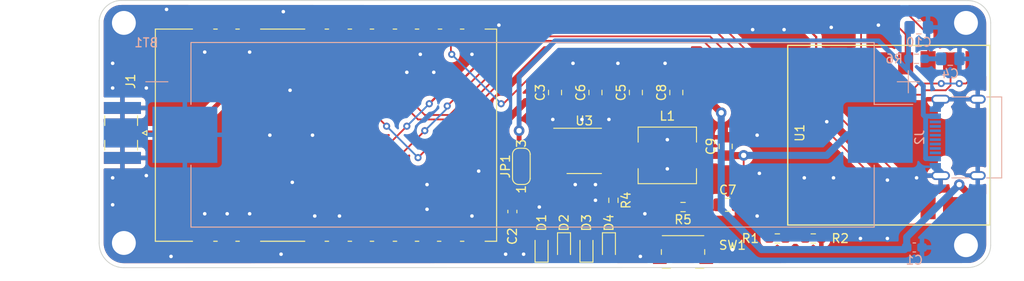
<source format=kicad_pcb>
(kicad_pcb (version 20211014) (generator pcbnew)
  (layers (0 "F.Cu" signal) (31 "B.Cu" signal) (34 "B.Paste" user) (35 "F.Paste" user) (36 "B.SilkS" user "B.Silkscreen") (37 "F.SilkS" user "F.Silkscreen") (38 "B.Mask" user) (39 "F.Mask" user) (44 "Edge.Cuts" user))
  (net 0 "")
  (net 1 "B+")
  (net 2 "GND")
  (net 3 "+5V")
  (net 4 "ANT")
  (net 5 "RXEN")
  (net 6 "DIO1")
  (net 7 "SCK")
  (net 9 "MISO")
  (net 10 "MOSI")
  (net 11 "NSS")
  (net 12 "NRST")
  (net 13 "BUSY")
  (net 14 "BS")
  (net 16 "TXEN")
  (net 17 "Net-(C7-Pad1)")
  (net 18 "Net-(D1-Pad2)")
  (net 19 "Net-(L1-Pad1)")
  (net 20 "LED3")
  (net 21 "Net-(R4-Pad1)")
  (net 22 "Net-(R4-Pad2)")
  (net 23 "Net-(C4-Pad1)")
  (net 24 "+5V_VIN")
  (net 33 "Net-(D3-Pad2)")
  (net 34 "Net-(JP1-Pad2)")
  (footprint "Capacitor_SMD:C_0805_2012Metric_Pad1.18x1.45mm_HandSolder" (layer "F.Cu") (at 124.968 65.278 90)
    (fp_text reference "C5" (at 0 -1.68 90) (layer "F.SilkS"))
    (fp_text value "22u")
    (pad "1" smd roundrect (at -1.0375 0 90) (size 1.175 1.45) (layers "F.Cu" "F.Paste" "F.Mask") (roundrect_rratio 0.2127659574) (net 3 "+5V"))
    (pad "2" smd roundrect (at 1.0375 0 90) (size 1.175 1.45) (layers "F.Cu" "F.Paste" "F.Mask") (roundrect_rratio 0.2127659574) (net 2 "GND"))
  )
  (footprint "LED_SMD:LED_0603_1608Metric_Pad1.05x0.95mm_HandSolder" (layer "F.Cu") (at 116.84 82.804 -90)
    (fp_text reference "D2" (at -2.794 0 90) (layer "F.SilkS"))
    (fp_text value "LED")
    (pad "1" smd roundrect (at -0.875 0 270) (size 1.05 0.95) (layers "F.Cu" "F.Paste" "F.Mask") (net 18 "Net-(D1-Pad2)"))
    (pad "2" smd roundrect (at 0.875 0 270) (size 1.05 0.95) (layers "F.Cu" "F.Paste" "F.Mask") (net 20 "LED3"))
  )
  (footprint "Capacitor_SMD:C_0603_1608Metric_Pad1.08x0.95mm_HandSolder" (layer "F.Cu") (at 110.998 78.74 -90)
    (fp_text reference "C2" (at 2.794 0 90) (layer "F.SilkS"))
    (fp_text value "100p")
    (pad "1" smd roundrect (at -0.8625 0 270) (size 1.075 0.95) (layers "F.Cu" "F.Paste" "F.Mask") (net 3 "+5V"))
    (pad "2" smd roundrect (at 0.8625 0 270) (size 1.075 0.95) (layers "F.Cu" "F.Paste" "F.Mask") (net 2 "GND"))
  )
  (footprint "Resistor_SMD:R_0603_1608Metric_Pad0.98x0.95mm_HandSolder" (layer "F.Cu") (at 122.428 77.47 -90)
    (fp_text reference "R4" (at 0 -1.43 90) (layer "F.SilkS"))
    (fp_text value "10k")
    (pad "1" smd roundrect (at -0.9125 0 270) (size 0.975 0.95) (layers "F.Cu" "F.Paste" "F.Mask") (net 21 "Net-(R4-Pad1)"))
    (pad "2" smd roundrect (at 0.9125 0 270) (size 0.975 0.95) (layers "F.Cu" "F.Paste" "F.Mask") (net 22 "Net-(R4-Pad2)"))
  )
  (footprint "Capacitor_SMD:C_0805_2012Metric_Pad1.18x1.45mm_HandSolder" (layer "F.Cu") (at 135.3605 77.978)
    (fp_text reference "C7" (at 0 -1.68) (layer "F.SilkS"))
    (fp_text value "22u")
    (pad "1" smd roundrect (at -1.0375 0) (size 1.175 1.45) (layers "F.Cu" "F.Paste" "F.Mask") (roundrect_rratio 0.2127659574) (net 17 "Net-(C7-Pad1)"))
    (pad "2" smd roundrect (at 1.0375 0) (size 1.175 1.45) (layers "F.Cu" "F.Paste" "F.Mask") (roundrect_rratio 0.2127659574) (net 2 "GND"))
  )
  (footprint "Resistor_SMD:R_0603_1608Metric_Pad0.98x0.95mm_HandSolder" (layer "F.Cu") (at 140.97 81.788)
    (fp_text reference "R1" (at -3.048 0) (layer "F.SilkS"))
    (fp_text value "R")
    (pad "1" smd roundrect (at -0.9125 0) (size 0.975 0.95) (layers "F.Cu" "F.Paste" "F.Mask") (net 1 "B+"))
    (pad "2" smd roundrect (at 0.9125 0) (size 0.975 0.95) (layers "F.Cu" "F.Paste" "F.Mask") (net 14 "BS"))
  )
  (footprint "Connector_Coaxial:SMA_Samtec_SMA-J-P-X-ST-EM1_EdgeMount" (layer "F.Cu") (at 66.8925 69.85 -90)
    (fp_text reference "J1" (at -5.842 -0.9255 90) (layer "F.SilkS"))
    (fp_text value "Conn_Coaxial")
    (pad "1" smd rect (at 0 0.2 270) (size 1.27 3.6) (layers "F.Cu" "F.Paste" "F.Mask") (net 4 "ANT"))
    (pad "2" smd rect (at -2.825 0 270) (size 1.35 4.2) (layers "B.Cu" "B.Paste" "B.Mask") (net 2 "GND"))
    (pad "2" smd rect (at -2.825 0 270) (size 1.35 4.2) (layers "F.Cu" "F.Paste" "F.Mask") (net 2 "GND"))
    (pad "2" smd rect (at 2.825 0 270) (size 1.35 4.2) (layers "F.Cu" "F.Paste" "F.Mask") (net 2 "GND"))
    (pad "2" smd rect (at 2.825 0 270) (size 1.35 4.2) (layers "B.Cu" "B.Paste" "B.Mask") (net 2 "GND"))
  )
  (footprint "Resistor_SMD:R_0603_1608Metric_Pad0.98x0.95mm_HandSolder" (layer "F.Cu") (at 130.302 78.232 180)
    (fp_text reference "R5" (at 0 -1.43) (layer "F.SilkS"))
    (fp_text value "0.5")
    (pad "1" smd roundrect (at -0.9125 0 180) (size 0.975 0.95) (layers "F.Cu" "F.Paste" "F.Mask") (net 1 "B+"))
    (pad "2" smd roundrect (at 0.9125 0 180) (size 0.975 0.95) (layers "F.Cu" "F.Paste" "F.Mask") (net 17 "Net-(C7-Pad1)"))
  )
  (footprint "LED_SMD:LED_0603_1608Metric_Pad1.05x0.95mm_HandSolder" (layer "F.Cu") (at 114.3 82.804 90)
    (fp_text reference "D1" (at 2.794 0 90) (layer "F.SilkS"))
    (fp_text value "LED")
    (pad "1" smd roundrect (at -0.875 0 90) (size 1.05 0.95) (layers "F.Cu" "F.Paste" "F.Mask") (net 20 "LED3"))
    (pad "2" smd roundrect (at 0.875 0 90) (size 1.05 0.95) (layers "F.Cu" "F.Paste" "F.Mask") (net 18 "Net-(D1-Pad2)"))
  )
  (footprint "Capacitor_SMD:C_0805_2012Metric_Pad1.18x1.45mm_HandSolder" (layer "F.Cu") (at 115.824 65.278 90)
    (fp_text reference "C3" (at 0 -1.68 90) (layer "F.SilkS"))
    (fp_text value "22u")
    (pad "1" smd roundrect (at -1.0375 0 90) (size 1.175 1.45) (layers "F.Cu" "F.Paste" "F.Mask") (roundrect_rratio 0.2127659574) (net 3 "+5V"))
    (pad "2" smd roundrect (at 1.0375 0 90) (size 1.175 1.45) (layers "F.Cu" "F.Paste" "F.Mask") (roundrect_rratio 0.2127659574) (net 2 "GND"))
  )
  (footprint "Capacitor_SMD:C_0805_2012Metric_Pad1.18x1.45mm_HandSolder" (layer "F.Cu") (at 135.128 71.374 90)
    (fp_text reference "C9" (at 0 -1.68 90) (layer "F.SilkS"))
    (fp_text value "22u")
    (pad "1" smd roundrect (at -1.0375 0 90) (size 1.175 1.45) (layers "F.Cu" "F.Paste" "F.Mask") (roundrect_rratio 0.2127659574) (net 1 "B+"))
    (pad "2" smd roundrect (at 1.0375 0 90) (size 1.175 1.45) (layers "F.Cu" "F.Paste" "F.Mask") (roundrect_rratio 0.2127659574) (net 2 "GND"))
  )
  (footprint "esp32_loraprs_c3:esp32 c3 SuperMini" (layer "F.Cu") (at 137.6995 70.104 90)
    (fp_text reference "U1" (at 0.254 5.8105 90 unlocked) (layer "F.SilkS"))
    (fp_text value "ESP32_C3_SuperMini")
    (pad "1" smd rect (at -8.255 7.66 180) (size 1.7 2.5) (layers "F.Cu" "F.Paste" "F.Mask") (net 14 "BS"))
    (pad "2" smd rect (at -8.255 10.2 180) (size 1.7 2.5) (layers "F.Cu" "F.Paste" "F.Mask"))
    (pad "3" smd rect (at -8.255 12.74 180) (size 1.7 2.5) (layers "F.Cu" "F.Paste" "F.Mask"))
    (pad "4" smd rect (at -8.255 15.24 180) (size 1.7 2.5) (layers "F.Cu" "F.Paste" "F.Mask") (net 6 "DIO1"))
    (pad "5" smd rect (at -8.255 17.78 180) (size 1.7 2.5) (layers "F.Cu" "F.Paste" "F.Mask") (net 7 "SCK"))
    (pad "6" smd rect (at -8.255 20.32 180) (size 1.7 2.5) (layers "F.Cu" "F.Paste" "F.Mask"))
    (pad "7" smd rect (at -8.255 22.86 180) (size 1.7 2.5) (layers "F.Cu" "F.Paste" "F.Mask") (net 2 "GND"))
    (pad "8" smd rect (at -8.255 25.4 180) (size 1.7 2.5) (layers "F.Cu" "F.Paste" "F.Mask") (net 3 "+5V"))
    (pad "9" smd rect (at 8.255 25.4 180) (size 1.7 2.5) (layers "F.Cu" "F.Paste" "F.Mask") (net 9 "MISO"))
    (pad "10" smd rect (at 8.125 22.86 180) (size 1.7 2.5) (layers "F.Cu" "F.Paste" "F.Mask") (net 10 "MOSI"))
    (pad "11" smd rect (at 8.255 20.32 180) (size 1.7 2.5) (layers "F.Cu" "F.Paste" "F.Mask") (net 11 "NSS"))
    (pad "12" smd rect (at 8.125 17.78 180) (size 1.7 2.5) (layers "F.Cu" "F.Paste" "F.Mask") (net 12 "NRST"))
    (pad "13" smd rect (at 8.125 15.24 180) (size 1.7 2.5) (layers "F.Cu" "F.Paste" "F.Mask"))
    (pad "14" smd rect (at 8.125 12.74 180) (size 1.7 2.5) (layers "F.Cu" "F.Paste" "F.Mask") (net 13 "BUSY"))
    (pad "15" smd rect (at 8.125 10.2 180) (size 1.7 2.5) (layers "F.Cu" "F.Paste" "F.Mask") (net 16 "TXEN"))
    (pad "16" smd rect (at 8.125 7.66 180) (size 1.7 2.5) (layers "F.Cu" "F.Paste" "F.Mask") (net 5 "RXEN"))
  )
  (footprint "esp32_loraprs_c3:E22-400M30S" (layer "F.Cu") (at 89.916 70.104 90)
    (fp_text reference "U2")
    (fp_text value "E22-400M30S" hide)
    (pad "1" smd rect locked (at -12 -13.79 180) (size 1.7 2.5) (layers "F.Cu" "F.Paste" "F.Mask") (net 2 "GND"))
    (pad "2" smd rect locked (at -12 -11.25 180) (size 1.7 2.5) (layers "F.Cu" "F.Paste" "F.Mask") (net 2 "GND"))
    (pad "3" smd rect locked (at -12 -8.71 180) (size 1.7 2.5) (layers "F.Cu" "F.Paste" "F.Mask") (net 2 "GND"))
    (pad "4" smd rect locked (at -12 -1.11 180) (size 1.7 2.5) (layers "F.Cu" "F.Paste" "F.Mask") (net 2 "GND"))
    (pad "5" smd rect locked (at -12 1.43 180) (size 1.7 2.5) (layers "F.Cu" "F.Paste" "F.Mask") (net 2 "GND"))
    (pad "6" smd rect locked (at -12 3.97 180) (size 1.7 2.5) (layers "F.Cu" "F.Paste" "F.Mask") (net 5 "RXEN"))
    (pad "7" smd rect locked (at -12 6.51 180) (size 1.7 2.5) (layers "F.Cu" "F.Paste" "F.Mask") (net 16 "TXEN"))
    (pad "8" smd rect locked (at -12 9.05 180) (size 1.7 2.5) (layers "F.Cu" "F.Paste" "F.Mask"))
    (pad "9" smd rect locked (at -12 11.59 180) (size 1.7 2.5) (layers "F.Cu" "F.Paste" "F.Mask") (net 3 "+5V"))
    (pad "10" smd rect locked (at -12 14.13 180) (size 1.7 2.5) (layers "F.Cu" "F.Paste" "F.Mask") (net 3 "+5V"))
    (pad "11" smd rect locked (at -12 16.67 180) (size 1.7 2.5) (layers "F.Cu" "F.Paste" "F.Mask") (net 2 "GND"))
    (pad "12" smd rect locked (at 12 16.67 180) (size 1.7 2.5) (layers "F.Cu" "F.Paste" "F.Mask") (net 2 "GND"))
    (pad "13" smd rect locked (at 12 14.13 180) (size 1.7 2.5) (layers "F.Cu" "F.Paste" "F.Mask") (net 6 "DIO1"))
    (pad "14" smd rect locked (at 12 11.59 180) (size 1.7 2.5) (layers "F.Cu" "F.Paste" "F.Mask") (net 13 "BUSY"))
    (pad "15" smd rect locked (at 12 9.05 180) (size 1.7 2.5) (layers "F.Cu" "F.Paste" "F.Mask") (net 12 "NRST"))
    (pad "16" smd rect locked (at 12 6.51 180) (size 1.7 2.5) (layers "F.Cu" "F.Paste" "F.Mask") (net 9 "MISO"))
    (pad "17" smd rect locked (at 12 3.97 180) (size 1.7 2.5) (layers "F.Cu" "F.Paste" "F.Mask") (net 10 "MOSI"))
    (pad "18" smd rect locked (at 12 1.43 180) (size 1.7 2.5) (layers "F.Cu" "F.Paste" "F.Mask") (net 7 "SCK"))
    (pad "19" smd rect locked (at 12 -1.11 180) (size 1.7 2.5) (layers "F.Cu" "F.Paste" "F.Mask") (net 11 "NSS"))
    (pad "20" smd rect locked (at 12 -8.71 180) (size 1.7 2.5) (layers "F.Cu" "F.Paste" "F.Mask") (net 2 "GND"))
    (pad "21" smd rect locked (at 12 -11.25 180) (size 1.7 2.5) (layers "F.Cu" "F.Paste" "F.Mask") (net 4 "ANT"))
    (pad "22" smd rect locked (at 12 -13.79 180) (size 1.7 2.5) (layers "F.Cu" "F.Paste" "F.Mask") (net 2 "GND"))
  )
  (footprint "LED_SMD:LED_0603_1608Metric_Pad1.05x0.95mm_HandSolder" (layer "F.Cu") (at 121.92 82.804 -90)
    (fp_text reference "D4" (at -2.794 0 90) (layer "F.SilkS"))
    (fp_text value "LED")
    (pad "1" smd roundrect (at -0.875 0 270) (size 1.05 0.95) (layers "F.Cu" "F.Paste" "F.Mask") (net 33 "Net-(D3-Pad2)"))
    (pad "2" smd roundrect (at 0.875 0 270) (size 1.05 0.95) (layers "F.Cu" "F.Paste" "F.Mask") (net 20 "LED3"))
  )
  (footprint "Package_SO:HSOP-8-1EP_3.9x4.9mm_P1.27mm_EP2.3x2.3mm" (layer "F.Cu") (at 119.126 71.882)
    (fp_text reference "U3" (at 0 -3.4) (layer "F.SilkS"))
    (fp_text value "IP5306")
    (pad "1" smd roundrect (at -2.475 -1.905) (size 1.95 0.6) (layers "F.Cu" "F.Paste" "F.Mask") (net 34 "Net-(JP1-Pad2)"))
    (pad "2" smd roundrect (at -2.475 -0.635) (size 1.95 0.6) (layers "F.Cu" "F.Paste" "F.Mask") (net 18 "Net-(D1-Pad2)"))
    (pad "3" smd roundrect (at -2.475 0.635) (size 1.95 0.6) (layers "F.Cu" "F.Paste" "F.Mask") (net 33 "Net-(D3-Pad2)"))
    (pad "4" smd roundrect (at -2.475 1.905) (size 1.95 0.6) (layers "F.Cu" "F.Paste" "F.Mask") (net 20 "LED3"))
    (pad "5" smd roundrect (at 2.475 1.905) (size 1.95 0.6) (layers "F.Cu" "F.Paste" "F.Mask") (net 21 "Net-(R4-Pad1)"))
    (pad "6" smd roundrect (at 2.475 0.635) (size 1.95 0.6) (layers "F.Cu" "F.Paste" "F.Mask") (net 17 "Net-(C7-Pad1)"))
    (pad "7" smd roundrect (at 2.475 -0.635) (size 1.95 0.6) (layers "F.Cu" "F.Paste" "F.Mask") (net 19 "Net-(L1-Pad1)"))
    (pad "8" smd roundrect (at 2.475 -1.905) (size 1.95 0.6) (layers "F.Cu" "F.Paste" "F.Mask") (net 3 "+5V"))
    (pad "9" smd rect (at 0 0) (size 2.3 2.3) (layers "F.Cu" "F.Mask") (net 2 "GND"))
  )
  (footprint "Button_Switch_SMD:Panasonic_EVQPUJ_EVQPUA" (layer "F.Cu") (at 130.302 83.32 180)
    (fp_text reference "SW1" (at -5.588 0.77) (layer "F.SilkS"))
    (fp_text value "SW_Push")
    (pad "1" smd rect (at 2.625 -0.85) (size 1.55 1) (layers "F.Cu" "F.Paste" "F.Mask") (net 2 "GND"))
    (pad "1" smd rect (at -2.625 -0.85) (size 1.55 1) (layers "F.Cu" "F.Paste" "F.Mask") (net 2 "GND"))
    (pad "2" smd rect (at -2.625 0.85) (size 1.55 1) (layers "F.Cu" "F.Paste" "F.Mask") (net 22 "Net-(R4-Pad2)"))
    (pad "2" smd rect (at 2.625 0.85) (size 1.55 1) (layers "F.Cu" "F.Paste" "F.Mask") (net 22 "Net-(R4-Pad2)"))
  )
  (footprint "LED_SMD:LED_0603_1608Metric_Pad1.05x0.95mm_HandSolder" (layer "F.Cu") (at 119.38 82.804 90)
    (fp_text reference "D3" (at 2.794 0 90) (layer "F.SilkS"))
    (fp_text value "LED")
    (pad "1" smd roundrect (at -0.875 0 90) (size 1.05 0.95) (layers "F.Cu" "F.Paste" "F.Mask") (net 20 "LED3"))
    (pad "2" smd roundrect (at 0.875 0 90) (size 1.05 0.95) (layers "F.Cu" "F.Paste" "F.Mask") (net 33 "Net-(D3-Pad2)"))
  )
  (footprint "Jumper:SolderJumper-3_P1.3mm_Open_RoundedPad1.0x1.5mm_NumberLabels" (layer "F.Cu") (at 112.014 73.63 90)
    (fp_text reference "JP1" (at 0 -1.8 90) (layer "F.SilkS"))
    (fp_text value "SolderJumper_3_Open")
    (fp_text user "1" (at -2.6 0 90) (layer "F.SilkS"))
    (fp_text user "3" (at 2.6 0 90) (layer "F.SilkS"))
    (pad "1" smd custom (at -1.3 0 90) (size 1 0.5) (layers "F.Cu" "F.Mask") (net 3 "+5V") (options (clearance outline) (anchor rect)) (primitives (gr_circle (center 0 0.25) (end 0.5 0.25) (width 0) (fill yes)) (gr_circle (center 0 -0.25) (end 0.5 -0.25) (width 0) (fill yes)) (gr_poly (pts (xy 0.55 0.75) (xy 0 0.75) (xy 0 -0.75) (xy 0.55 -0.75)) (width 0) (fill yes))))
    (pad "2" smd rect (at 0 0 90) (size 1 1.5) (layers "F.Cu" "F.Mask") (net 34 "Net-(JP1-Pad2)"))
    (pad "3" smd custom (at 1.3 0 90) (size 1 0.5) (layers "F.Cu" "F.Mask") (net 24 "+5V_VIN") (options (clearance outline) (anchor rect)) (primitives (gr_circle (center 0 0.25) (end 0.5 0.25) (width 0) (fill yes)) (gr_circle (center 0 -0.25) (end 0.5 -0.25) (width 0) (fill yes)) (gr_poly (pts (xy 0 0.75) (xy -0.55 0.75) (xy -0.55 -0.75) (xy 0 -0.75)) (width 0) (fill yes))))
  )
  (footprint "Capacitor_SMD:C_0805_2012Metric_Pad1.18x1.45mm_HandSolder" (layer "F.Cu") (at 120.396 65.278 90)
    (fp_text reference "C6" (at 0 -1.68 90) (layer "F.SilkS"))
    (fp_text value "22u")
    (pad "1" smd roundrect (at -1.0375 0 90) (size 1.175 1.45) (layers "F.Cu" "F.Paste" "F.Mask") (roundrect_rratio 0.2127659574) (net 3 "+5V"))
    (pad "2" smd roundrect (at 1.0375 0 90) (size 1.175 1.45) (layers "F.Cu" "F.Paste" "F.Mask") (roundrect_rratio 0.2127659574) (net 2 "GND"))
  )
  (footprint "Inductor_SMD:L_6.3x6.3_H3" (layer "F.Cu") (at 128.524 72.39)
    (fp_text reference "L1" (at 0 -4.45) (layer "F.SilkS"))
    (fp_text value "1u")
    (pad "1" smd rect (at -2.75 0) (size 1.5 2.4) (layers "F.Cu" "F.Paste" "F.Mask") (net 19 "Net-(L1-Pad1)"))
    (pad "2" smd rect (at 2.75 0) (size 1.5 2.4) (layers "F.Cu" "F.Paste" "F.Mask") (net 1 "B+"))
  )
  (footprint "Resistor_SMD:R_0603_1608Metric_Pad0.98x0.95mm_HandSolder" (layer "F.Cu") (at 145.034 81.788)
    (fp_text reference "R2" (at 3.048 0) (layer "F.SilkS"))
    (fp_text value "R")
    (pad "1" smd roundrect (at -0.9125 0) (size 0.975 0.95) (layers "F.Cu" "F.Paste" "F.Mask") (net 14 "BS"))
    (pad "2" smd roundrect (at 0.9125 0) (size 0.975 0.95) (layers "F.Cu" "F.Paste" "F.Mask") (net 2 "GND"))
  )
  (footprint "Capacitor_SMD:C_0805_2012Metric_Pad1.18x1.45mm_HandSolder" (layer "F.Cu") (at 129.54 65.278 90)
    (fp_text reference "C8" (at 0 -1.68 90) (layer "F.SilkS"))
    (fp_text value "22u")
    (pad "1" smd roundrect (at -1.0375 0 90) (size 1.175 1.45) (layers "F.Cu" "F.Paste" "F.Mask") (roundrect_rratio 0.2127659574) (net 3 "+5V"))
    (pad "2" smd roundrect (at 1.0375 0 90) (size 1.175 1.45) (layers "F.Cu" "F.Paste" "F.Mask") (roundrect_rratio 0.2127659574) (net 2 "GND"))
  )
  (footprint "Capacitor_SMD:C_0805_2012Metric_Pad1.18x1.45mm_HandSolder" (layer "B.Cu") (at 156.972 57.912)
    (fp_text reference "C10" (at 0 1.68) (layer "B.SilkS") (effects (justify mirror)))
    (fp_text value "10u")
    (pad "1" smd roundrect (at -1.0375 0) (size 1.175 1.45) (layers "B.Cu" "B.Paste" "B.Mask") (roundrect_rratio 0.2127659574) (net 24 "+5V_VIN"))
    (pad "2" smd roundrect (at 1.0375 0) (size 1.175 1.45) (layers "B.Cu" "B.Paste" "B.Mask") (roundrect_rratio 0.2127659574) (net 2 "GND"))
  )
  (footprint "Capacitor_SMD:C_0805_2012Metric_Pad1.18x1.45mm_HandSolder" (layer "B.Cu") (at 160.528 61.468)
    (fp_text reference "C4" (at 0 1.68) (layer "B.SilkS") (effects (justify mirror)))
    (fp_text value "10u")
    (pad "1" smd roundrect (at -1.0375 0) (size 1.175 1.45) (layers "B.Cu" "B.Paste" "B.Mask") (roundrect_rratio 0.2127659574) (net 23 "Net-(C4-Pad1)"))
    (pad "2" smd roundrect (at 1.0375 0) (size 1.175 1.45) (layers "B.Cu" "B.Paste" "B.Mask") (roundrect_rratio 0.2127659574) (net 2 "GND"))
  )
  (footprint "Connector_USB:USB_C_Receptacle_G-Switch_GT-USB-7010ASV" (layer "B.Cu") (at 162.56 70.358 -90)
    (fp_text reference "J2" (at 0 5.5 90) (layer "B.SilkS") (effects (justify mirror)))
    (fp_text value "USB_C_Receptacle_USB2.0")
    (pad "" np_thru_hole circle (at -2.89 2.605 270) (size 0.65 0.65) (drill 0.65) (layers *.Cu *.Mask))
    (pad "" np_thru_hole circle (at 2.89 2.605 270) (size 0.65 0.65) (drill 0.65) (layers *.Cu *.Mask))
    (pad "A1" smd rect (at -3.2 3.725 270) (size 0.6 1.24) (layers "B.Cu" "B.Paste" "B.Mask") (net 2 "GND"))
    (pad "A4" smd rect (at -2.4 3.725 270) (size 0.6 1.24) (layers "B.Cu" "B.Paste" "B.Mask") (net 24 "+5V_VIN"))
    (pad "A5" smd rect (at -1.25 3.725 270) (size 0.3 1.24) (layers "B.Cu" "B.Paste" "B.Mask"))
    (pad "A6" smd rect (at -0.25 3.725 270) (size 0.3 1.24) (layers "B.Cu" "B.Paste" "B.Mask"))
    (pad "A7" smd rect (at 0.25 3.725 270) (size 0.3 1.24) (layers "B.Cu" "B.Paste" "B.Mask"))
    (pad "A8" smd rect (at 1.25 3.725 270) (size 0.3 1.24) (layers "B.Cu" "B.Paste" "B.Mask"))
    (pad "A9" smd rect (at 2.4 3.725 270) (size 0.6 1.24) (layers "B.Cu" "B.Paste" "B.Mask") (net 24 "+5V_VIN"))
    (pad "A12" smd rect (at 3.2 3.725 270) (size 0.6 1.24) (layers "B.Cu" "B.Paste" "B.Mask") (net 2 "GND"))
    (pad "B1" smd rect (at 3.2 3.725 270) (size 0.6 1.24) (layers "B.Cu" "B.Paste" "B.Mask") (net 2 "GND"))
    (pad "B4" smd rect (at 2.4 3.725 270) (size 0.6 1.24) (layers "B.Cu" "B.Paste" "B.Mask") (net 24 "+5V_VIN"))
    (pad "B5" smd rect (at 1.75 3.725 270) (size 0.3 1.24) (layers "B.Cu" "B.Paste" "B.Mask"))
    (pad "B6" smd rect (at 0.75 3.725 270) (size 0.3 1.24) (layers "B.Cu" "B.Paste" "B.Mask"))
    (pad "B7" smd rect (at -0.75 3.725 270) (size 0.3 1.24) (layers "B.Cu" "B.Paste" "B.Mask"))
    (pad "B8" smd rect (at -1.75 3.725 270) (size 0.3 1.24) (layers "B.Cu" "B.Paste" "B.Mask"))
    (pad "B9" smd rect (at -2.4 3.725 270) (size 0.6 1.24) (layers "B.Cu" "B.Paste" "B.Mask") (net 24 "+5V_VIN"))
    (pad "B12" smd rect (at -3.2 3.725 270) (size 0.6 1.24) (layers "B.Cu" "B.Paste" "B.Mask") (net 2 "GND"))
    (pad "S1" thru_hole oval (at -4.32 3.125 270) (size 1 2.1) (drill oval 0.6 1.7) (layers *.Cu *.Mask) (net 2 "GND"))
    (pad "S1" thru_hole oval (at 4.32 3.125 270) (size 1 2.1) (drill oval 0.6 1.7) (layers *.Cu *.Mask) (net 2 "GND"))
    (pad "S1" thru_hole oval (at 4.32 -1.075 270) (size 1 1.8) (drill oval 0.6 1.4) (layers *.Cu *.Mask) (net 2 "GND"))
    (pad "S1" thru_hole oval (at -4.32 -1.075 270) (size 1 1.8) (drill oval 0.6 1.4) (layers *.Cu *.Mask) (net 2 "GND"))
  )
  (footprint "Resistor_SMD:R_0603_1608Metric_Pad0.98x0.95mm_HandSolder" (layer "B.Cu") (at 156.718 61.468)
    (fp_text reference "R6" (at -2.54 0) (layer "B.SilkS") (effects (justify mirror)))
    (fp_text value "2")
    (pad "1" smd roundrect (at -0.9125 0) (size 0.975 0.95) (layers "B.Cu" "B.Paste" "B.Mask") (net 24 "+5V_VIN"))
    (pad "2" smd roundrect (at 0.9125 0) (size 0.975 0.95) (layers "B.Cu" "B.Paste" "B.Mask") (net 23 "Net-(C4-Pad1)"))
  )
  (footprint "esp32_loraprs_c3:BatteryHolder_1x18650" (layer "B.Cu") (at 112.219 55.626 180)
    (fp_text reference "BT1" (at 42.623 -4.021 unlocked) (layer "B.SilkS") (effects (justify mirror)))
    (fp_text value "Battery_Cell")
    (pad "1" smd rect (at -40.395 -14.435 180) (size 7.34 6.35) (layers "B.Cu" "B.Paste" "B.Mask") (net 1 "B+"))
    (pad "2" smd rect (at 38.265 -14.435 180) (size 7.34 6.35) (layers "B.Cu" "B.Paste" "B.Mask") (net 2 "GND"))
  )
  (footprint "Capacitor_SMD:C_0603_1608Metric_Pad1.08x0.95mm_HandSolder" (layer "B.Cu") (at 156.464 82.804)
    (fp_text reference "C1" (at 0 1.43) (layer "B.SilkS") (effects (justify mirror)))
    (fp_text value "100p")
    (pad "1" smd roundrect (at -0.8625 0) (size 1.075 0.95) (layers "B.Cu" "B.Paste" "B.Mask") (net 3 "+5V"))
    (pad "2" smd roundrect (at 0.8625 0) (size 1.075 0.95) (layers "B.Cu" "B.Paste" "B.Mask") (net 2 "GND"))
  )
  (gr_arc (start 162.541949 54.882051) (mid 164.338031 55.618567) (end 165.1 57.404) (layer "Edge.Cuts") (width 0.1))
  (gr_line (start 165.1 57.404) (end 165.1 82.55) (layer "Edge.Cuts") (width 0.1))
  (gr_arc (start 64.262 57.15) (mid 65.089781 55.515646) (end 66.802 54.864) (layer "Edge.Cuts") (width 0.1))
  (gr_arc (start 67.056 85.09) (mid 65.080344 84.271656) (end 64.262 82.296) (layer "Edge.Cuts") (width 0.1))
  (gr_line (start 66.802 54.864) (end 162.541949 54.882051) (layer "Edge.Cuts") (width 0.1))
  (gr_arc (start 165.1 82.55) (mid 164.338029 84.33543) (end 162.541949 85.071949) (layer "Edge.Cuts") (width 0.1))
  (gr_line (start 162.541949 85.071949) (end 67.056 85.09) (layer "Edge.Cuts") (width 0.1))
  (gr_line (start 64.262 82.296) (end 64.262 57.15) (layer "Edge.Cuts") (width 0.1))
  (segment (start 140.0575 81.788) (end 140.0575 78.0815) (width 0.2) (layer "F.Cu") (net 1))
  (segment (start 135.1065 72.39) (end 135.128 72.4115) (width 0.8) (layer "F.Cu") (net 1))
  (segment (start 131.274 72.39) (end 135.1065 72.39) (width 0.8) (layer "F.Cu") (net 1))
  (segment (start 135.128 72.4115) (end 137.1385 72.4115) (width 0.8) (layer "F.Cu") (net 1))
  (segment (start 140.0575 78.0815) (end 137.16 75.184) (width 0.2) (layer "F.Cu") (net 1))
  (segment (start 137.1385 72.4115) (end 137.16 72.39) (width 0.8) (layer "F.Cu") (net 1))
  (segment (start 131.2145 78.232) (end 131.274 78.1725) (width 0.2) (layer "F.Cu") (net 1))
  (segment (start 137.16 75.184) (end 137.16 72.39) (width 0.2) (layer "F.Cu") (net 1))
  (segment (start 131.274 78.1725) (end 131.274 72.39) (width 0.2) (layer "F.Cu") (net 1))
  (via (at 137.16 72.39) (size 1.2) (drill 0.6) (layers "F.Cu" "B.Cu") (net 1))
  (segment (start 148.887 70.061) (end 155.711 70.061) (width 0.8) (layer "B.Cu") (net 1))
  (segment (start 137.16 72.39) (end 146.558 72.39) (width 0.8) (layer "B.Cu") (net 1))
  (segment (start 146.558 72.39) (end 148.887 70.061) (width 0.8) (layer "B.Cu") (net 1))
  (segment (start 161.036 78.3275) (end 161.0675 78.359) (width 0.8) (layer "F.Cu") (net 2))
  (segment (start 81.206 82.104) (end 88.806 82.104) (width 0.8) (layer "F.Cu") (net 2))
  (segment (start 78.666 82.104) (end 81.206 82.104) (width 0.8) (layer "F.Cu") (net 2))
  (segment (start 88.806 82.104) (end 91.346 82.104) (width 0.8) (layer "F.Cu") (net 2))
  (segment (start 76.126 82.104) (end 78.666 82.104) (width 0.8) (layer "F.Cu") (net 2))
  (via (at 100.584 60.96) (size 0.8) (drill 0.4) (layers "F.Cu" "B.Cu") (net 2))
  (via (at 65.786 64.77) (size 0.8) (drill 0.4) (layers "F.Cu" "B.Cu") (net 2))
  (via (at 153.416 75.184) (size 0.8) (drill 0.4) (layers "F.Cu" "B.Cu") (net 2))
  (via (at 112.268 83.566) (size 0.8) (drill 0.4) (layers "F.Cu" "B.Cu") (net 2))
  (via (at 141.732 58.166) (size 0.8) (drill 0.4) (layers "F.Cu" "B.Cu") (net 2))
  (via (at 152.4 57.658) (size 0.8) (drill 0.4) (layers "F.Cu" "B.Cu") (net 2))
  (via (at 120.396 75.692) (size 0.8) (drill 0.4) (layers "F.Cu" "B.Cu") (net 2))
  (via (at 76.2 78.994) (size 0.8) (drill 0.4) (layers "F.Cu" "B.Cu") (net 2))
  (via (at 65.786 77.978) (size 0.8) (drill 0.4) (layers "F.Cu" "B.Cu") (net 2))
  (via (at 76.2 60.706) (size 0.8) (drill 0.4) (layers "F.Cu" "B.Cu") (net 2))
  (via (at 88.646 79.248) (size 0.8) (drill 0.4) (layers "F.Cu" "B.Cu") (net 2))
  (via (at 147.32 74.93) (size 0.8) (drill 0.4) (layers "F.Cu" "B.Cu") (net 2))
  (via (at 153.416 81.788) (size 0.8) (drill 0.4) (layers "F.Cu" "B.Cu") (net 2))
  (via (at 146.558 68.58) (size 0.8) (drill 0.4) (layers "F.Cu" "B.Cu") (net 2))
  (via (at 71.882 55.88) (size 0.8) (drill 0.4) (layers "F.Cu" "B.Cu") (net 2))
  (via (at 109.474 57.658) (size 0.8) (drill 0.4) (layers "F.Cu" "B.Cu") (net 2))
  (via (at 106.426 60.96) (size 0.8) (drill 0.4) (layers "F.Cu" "B.Cu") (net 2))
  (via (at 101.346 75.692) (size 0.8) (drill 0.4) (layers "F.Cu" "B.Cu") (net 2))
  (via (at 67.056 82.296) (size 4) (drill 2.7) (layers "F.Cu" "B.Cu") (net 2))
  (via (at 81.28 60.706) (size 0.8) (drill 0.4) (layers "F.Cu" "B.Cu") (net 2))
  (via (at 125.984 78.994) (size 0.8) (drill 0.4) (layers "F.Cu" "B.Cu") (net 2))
  (via (at 128.524 70.612) (size 0.8) (drill 0.4) (layers "F.Cu" "B.Cu") (net 2))
  (via (at 125.476 83.82) (size 0.8) (drill 0.4) (layers "F.Cu" "B.Cu") (net 2))
  (via (at 128.524 73.914) (size 0.8) (drill 0.4) (layers "F.Cu" "B.Cu") (net 2))
  (via (at 162.306 57.404) (size 4) (drill 2.7) (layers "F.Cu" "B.Cu") (net 2))
  (via (at 122.936 61.976) (size 0.8) (drill 0.4) (layers "F.Cu" "B.Cu") (net 2))
  (via (at 81.28 78.994) (size 0.8) (drill 0.4) (layers "F.Cu" "B.Cu") (net 2))
  (via (at 65.786 61.976) (size 0.8) (drill 0.4) (layers "F.Cu" "B.Cu") (net 2))
  (via (at 150.368 81.788) (size 0.8) (drill 0.4) (layers "F.Cu" "B.Cu") (net 2))
  (via (at 107.188 74.168) (size 0.8) (drill 0.4) (layers "F.Cu" "B.Cu") (net 2))
  (via (at 120.396 77.47) (size 0.8) (drill 0.4) (layers "F.Cu" "B.Cu") (net 2))
  (via (at 83.566 70.104) (size 0.8) (drill 0.4) (layers "F.Cu" "B.Cu") (net 2))
  (via (at 156.718 74.93) (size 0.8) (drill 0.4) (layers "F.Cu" "B.Cu") (net 2))
  (via (at 128.27 61.976) (size 0.8) (drill 0.4) (layers "F.Cu" "B.Cu") (net 2))
  (via (at 67.056 57.404) (size 4) (drill 2.7) (layers "F.Cu" "B.Cu") (net 2))
  (via (at 115.57 68.326) (size 0.8) (drill 0.4) (layers "F.Cu" "B.Cu") (net 2))
  (via (at 162.306 82.55) (size 4) (drill 2.7) (layers "F.Cu" "B.Cu") (net 2))
  (via (at 85.852 65.024) (size 0.8) (drill 0.4) (layers "F.Cu" "B.Cu") (net 2))
  (via (at 86.106 75.438) (size 0.8) (drill 0.4) (layers "F.Cu" "B.Cu") (net 2))
  (via (at 78.74 78.994) (size 0.8) (drill 0.4) (layers "F.Cu" "B.Cu") (net 2))
  (via (at 147.066 57.912) (size 0.8) (drill 0.4) (layers "F.Cu" "B.Cu") (net 2))
  (via (at 118.11 75.692) (size 0.8) (drill 0.4) (layers "F.Cu" "B.Cu") (net 2))
  (via (at 88.392 70.104) (size 0.8) (drill 0.4) (layers "F.Cu" "B.Cu") (net 2))
  (via (at 121.92 68.326) (size 0.8) (drill 0.4) (layers "F.Cu" "B.Cu") (net 2))
  (via (at 91.44 79.248) (size 0.8) (drill 0.4) (layers "F.Cu" "B.Cu") (net 2))
  (via (at 138.938 74.422) (size 0.8) (drill 0.4) (layers "F.Cu" "B.Cu") (net 2))
  (via (at 110.236 83.566) (size 0.8) (drill 0.4) (layers "F.Cu" "B.Cu") (net 2))
  (via (at 69.596 64.77) (size 0.8) (drill 0.4) (layers "F.Cu" "B.Cu") (net 2))
  (via (at 138.176 58.166) (size 0.8) (drill 0.4) (layers "F.Cu" "B.Cu") (net 2))
  (via (at 138.684 79.248) (size 0.8) (drill 0.4) (layers "F.Cu" "B.Cu") (net 2))
  (via (at 135.89 83.058) (size 0.8) (drill 0.4) (layers "F.Cu" "B.Cu") (net 2))
  (via (at 114.046 78.232) (size 0.8) (drill 0.4) (layers "F.Cu" "B.Cu") (net 2))
  (via (at 117.856 61.976) (size 0.8) (drill 0.4) (layers "F.Cu" "B.Cu") (net 2))
  (via (at 106.426 79.248) (size 0.8) (drill 0.4) (layers "F.Cu" "B.Cu") (net 2))
  (via (at 118.872 68.326) (size 0.8) (drill 0.4) (layers "F.Cu" "B.Cu") (net 2))
  (via (at 101.346 78.486) (size 0.8) (drill 0.4) (layers "F.Cu" "B.Cu") (net 2))
  (via (at 69.596 74.676) (size 0.8) (drill 0.4) (layers "F.Cu" "B.Cu") (net 2))
  (via (at 144.018 74.93) (size 0.8) (drill 0.4) (layers "F.Cu" "B.Cu") (net 2))
  (via (at 102.108 62.992) (size 0.8) (drill 0.4) (layers "F.Cu" "B.Cu") (net 2))
  (via (at 65.786 74.93) (size 0.8) (drill 0.4) (layers "F.Cu" "B.Cu") (net 2))
  (via (at 84.836 83.566) (size 0.8) (drill 0.4) (layers "F.Cu" "B.Cu") (net 2))
  (via (at 85.09 56.134) (size 0.8) (drill 0.4) (layers "F.Cu" "B.Cu") (net 2))
  (via (at 138.684 70.104) (size 0.8) (drill 0.4) (layers "F.Cu" "B.Cu") (net 2))
  (via (at 99.06 62.992) (size 0.8) (drill 0.4) (layers "F.Cu" "B.Cu") (net 2))
  (via (at 72.39 83.82) (size 0.8) (drill 0.4) (layers "F.Cu" "B.Cu") (net 2))
  (segment (start 158.935 67.058) (end 158.835 67.058) (width 0.8) (layer "B.Cu") (net 2))
  (segment (start 159.435 66.558) (end 158.935 67.058) (width 0.8) (layer "B.Cu") (net 2))
  (segment (start 159.435 74.345) (end 158.835 73.745) (width 0.8) (layer "B.Cu") (net 2))
  (segment (start 158.835 73.745) (end 158.835 73.658) (width 0.8) (layer "B.Cu") (net 2))
  (segment (start 159.435 74.678) (end 159.435 74.345) (width 0.8) (layer "B.Cu") (net 2))
  (segment (start 159.435 66.038) (end 159.435 66.558) (width 0.8) (layer "B.Cu") (net 2))
  (segment (start 110.998 77.8245) (end 104.8015 77.8245) (width 0.8) (layer "F.Cu") (net 3))
  (segment (start 104.046 82.104) (end 101.506 82.104) (width 0.8) (layer "F.Cu") (net 3))
  (segment (start 161.544 75.692) (end 163.0995 77.2475) (width 0.8) (layer "F.Cu") (net 3))
  (segment (start 104.046 72.992) (end 108.966 68.072) (width 0.8) (layer "F.Cu") (net 3))
  (segment (start 120.396 66.3155) (end 125.222 66.3155) (width 0.8) (layer "F.Cu") (net 3))
  (segment (start 133.3715 66.3155) (end 134.62 67.564) (width 0.8) (layer "F.Cu") (net 3))
  (segment (start 123.698 69.596) (end 123.698 68.326) (width 0.8) (layer "F.Cu") (net 3))
  (segment (start 121.601 69.977) (end 123.317 69.977) (width 0.8) (layer "F.Cu") (net 3))
  (segment (start 123.698 68.326) (end 125.222 66.802) (width 0.8) (layer "F.Cu") (net 3))
  (segment (start 123.317 69.977) (end 123.698 69.596) (width 0.8) (layer "F.Cu") (net 3))
  (segment (start 104.046 78.58) (end 104.046 72.992) (width 0.8) (layer "F.Cu") (net 3))
  (segment (start 108.966 68.072) (end 110.744 68.072) (width 0.8) (layer "F.Cu") (net 3))
  (segment (start 112.014 74.93) (end 112.014 76.8615) (width 0.8) (layer "F.Cu") (net 3))
  (segment (start 125.222 66.802) (end 125.222 66.3155) (width 0.8) (layer "F.Cu") (net 3))
  (segment (start 110.744 68.072) (end 112.5005 66.3155) (width 0.8) (layer "F.Cu") (net 3))
  (segment (start 104.046 82.104) (end 104.046 78.58) (width 0.8) (layer "F.Cu") (net 3))
  (segment (start 104.8015 77.8245) (end 104.046 78.58) (width 0.8) (layer "F.Cu") (net 3))
  (segment (start 112.014 76.8615) (end 110.998 77.8775) (width 0.8) (layer "F.Cu") (net 3))
  (segment (start 163.0995 77.2475) (end 163.0995 78.359) (width 0.8) (layer "F.Cu") (net 3))
  (segment (start 125.222 66.3155) (end 130.556 66.3155) (width 0.8) (layer "F.Cu") (net 3))
  (segment (start 112.5005 66.3155) (end 115.824 66.3155) (width 0.8) (layer "F.Cu") (net 3))
  (segment (start 130.556 66.3155) (end 133.3715 66.3155) (width 0.8) (layer "F.Cu") (net 3))
  (segment (start 115.824 66.3155) (end 120.396 66.3155) (width 0.8) (layer "F.Cu") (net 3))
  (via (at 161.544 75.692) (size 1.2) (drill 0.6) (layers "F.Cu" "B.Cu") (net 3))
  (via (at 134.62 67.564) (size 1.2) (drill 0.6) (layers "F.Cu" "B.Cu") (net 3))
  (segment (start 155.6015 81.6345) (end 161.544 75.692) (width 0.8) (layer "B.Cu") (net 3))
  (segment (start 134.62 67.564) (end 134.62 78.486) (width 0.8) (layer "B.Cu") (net 3))
  (segment (start 139.176 83.042) (end 155.3635 83.042) (width 0.8) (layer "B.Cu") (net 3))
  (segment (start 155.3635 83.042) (end 155.6015 82.804) (width 0.8) (layer "B.Cu") (net 3))
  (segment (start 155.6015 82.804) (end 155.6015 81.6345) (width 0.8) (layer "B.Cu") (net 3))
  (segment (start 134.62 78.486) (end 139.176 83.042) (width 0.8) (layer "B.Cu") (net 3))
  (segment (start 66.6925 69.85) (end 74.422 69.85) (width 0.55) (layer "F.Cu") (net 4))
  (segment (start 78.666 65.606) (end 78.666 58.104) (width 0.55) (layer "F.Cu") (net 4))
  (segment (start 74.422 69.85) (end 78.666 65.606) (width 0.55) (layer "F.Cu") (net 4))
  (segment (start 143.256 56.896) (end 145.3595 58.9995) (width 0.25) (layer "F.Cu") (net 5))
  (segment (start 103.124 65.024) (end 104.14 65.024) (width 0.25) (layer "F.Cu") (net 5))
  (segment (start 112.268 56.896) (end 143.256 56.896) (width 0.25) (layer "F.Cu") (net 5))
  (segment (start 145.3595 58.9995) (end 145.3595 61.979) (width 0.25) (layer "F.Cu") (net 5))
  (segment (start 99.06 69.088) (end 93.886 74.262) (width 0.2) (layer "F.Cu") (net 5))
  (segment (start 104.14 65.024) (end 112.268 56.896) (width 0.25) (layer "F.Cu") (net 5))
  (segment (start 101.6 66.548) (end 103.124 65.024) (width 0.25) (layer "F.Cu") (net 5))
  (segment (start 93.886 74.262) (end 93.886 82.104) (width 0.2) (layer "F.Cu") (net 5))
  (via (at 99.06 69.088) (size 0.8) (drill 0.4) (layers "F.Cu" "B.Cu") (net 5))
  (via (at 101.6 66.548) (size 0.8) (drill 0.4) (layers "F.Cu" "B.Cu") (net 5))
  (segment (start 101.6 66.548) (end 99.06 69.088) (width 0.2) (layer "B.Cu") (net 5))
  (segment (start 109.982 66.548) (end 115.824 60.706) (width 0.2) (layer "F.Cu") (net 6))
  (segment (start 115.824 60.706) (end 130.81 60.706) (width 0.2) (layer "F.Cu") (net 6))
  (segment (start 130.81 60.706) (end 138.684 68.58) (width 0.2) (layer "F.Cu") (net 6))
  (segment (start 145.542 68.58) (end 152.9395 75.9775) (width 0.2) (layer "F.Cu") (net 6))
  (segment (start 109.728 66.548) (end 109.982 66.548) (width 0.2) (layer "F.Cu") (net 6))
  (segment (start 152.9395 75.9775) (end 152.9395 78.359) (width 0.2) (layer "F.Cu") (net 6))
  (segment (start 104.14 60.96) (end 104.046 60.866) (width 0.2) (layer "F.Cu") (net 6))
  (segment (start 138.684 68.58) (end 145.542 68.58) (width 0.2) (layer "F.Cu") (net 6))
  (segment (start 104.046 60.866) (end 104.046 58.104) (width 0.2) (layer "F.Cu") (net 6))
  (via (at 109.728 66.548) (size 0.8) (drill 0.4) (layers "F.Cu" "B.Cu") (net 6))
  (via (at 104.14 60.96) (size 0.8) (drill 0.4) (layers "F.Cu" "B.Cu") (net 6))
  (segment (start 104.14 60.96) (end 109.728 66.548) (width 0.2) (layer "B.Cu") (net 6))
  (segment (start 155.4795 75.49555) (end 155.4795 78.359) (width 0.2) (layer "F.Cu") (net 7))
  (segment (start 100.33 72.644) (end 103.632 69.342) (width 0.2) (layer "F.Cu") (net 7))
  (segment (start 140.208 67.056) (end 147.03995 67.056) (width 0.2) (layer "F.Cu") (net 7))
  (segment (start 103.632 69.342) (end 104.394 69.342) (width 0.2) (layer "F.Cu") (net 7))
  (segment (start 91.346 63.66) (end 91.346 58.104) (width 0.2) (layer "F.Cu") (net 7))
  (segment (start 96.774 69.088) (end 91.346 63.66) (width 0.2) (layer "F.Cu") (net 7))
  (segment (start 147.03995 67.056) (end 155.4795 75.49555) (width 0.2) (layer "F.Cu") (net 7))
  (segment (start 114.3 59.436) (end 132.588 59.436) (width 0.2) (layer "F.Cu") (net 7))
  (segment (start 132.588 59.436) (end 140.208 67.056) (width 0.2) (layer "F.Cu") (net 7))
  (segment (start 104.394 69.342) (end 114.3 59.436) (width 0.2) (layer "F.Cu") (net 7))
  (via (at 100.33 72.644) (size 0.8) (drill 0.4) (layers "F.Cu" "B.Cu") (net 7))
  (via (at 96.774 69.088) (size 0.8) (drill 0.4) (layers "F.Cu" "B.Cu") (net 7))
  (segment (start 100.33 72.644) (end 96.774 69.088) (width 0.2) (layer "B.Cu") (net 7))
  (segment (start 162.306 64.262) (end 163.0995 63.4685) (width 0.2) (layer "F.Cu") (net 9))
  (segment (start 146.05 65.024) (end 156.21 65.024) (width 0.2) (layer "F.Cu") (net 9))
  (segment (start 101.092 67.818) (end 96.426 63.152) (width 0.2) (layer "F.Cu") (net 9))
  (segment (start 133.858 58.166) (end 113.538 58.166) (width 0.2) (layer "F.Cu") (net 9))
  (segment (start 103.886 67.818) (end 101.092 67.818) (width 0.2) (layer "F.Cu") (net 9))
  (segment (start 163.0995 63.4685) (end 163.0995 61.849) (width 0.2) (layer "F.Cu") (net 9))
  (segment (start 145.542 65.532) (end 146.05 65.024) (width 0.2) (layer "F.Cu") (net 9))
  (segment (start 145.542 65.532) (end 141.224 65.532) (width 0.2) (layer "F.Cu") (net 9))
  (segment (start 156.972 64.262) (end 159.512 64.262) (width 0.2) (layer "F.Cu") (net 9))
  (segment (start 96.426 63.152) (end 96.426 58.104) (width 0.2) (layer "F.Cu") (net 9))
  (segment (start 141.224 65.532) (end 133.858 58.166) (width 0.2) (layer "F.Cu") (net 9))
  (segment (start 113.538 58.166) (end 103.886 67.818) (width 0.2) (layer "F.Cu") (net 9))
  (segment (start 156.21 65.024) (end 156.972 64.262) (width 0.2) (layer "F.Cu") (net 9))
  (segment (start 161.544 64.262) (end 162.306 64.262) (width 0.2) (layer "F.Cu") (net 9))
  (via (at 159.512 64.262) (size 0.8) (drill 0.4) (layers "F.Cu" "B.Cu") (net 9))
  (via (at 161.544 64.262) (size 0.8) (drill 0.4) (layers "F.Cu" "B.Cu") (net 9))
  (segment (start 159.512 64.262) (end 161.544 64.262) (width 0.2) (layer "B.Cu") (net 9))
  (segment (start 157.226 65.532) (end 157.734 65.024) (width 0.2) (layer "F.Cu") (net 10))
  (segment (start 93.886 58.104) (end 93.886 61.882) (width 0.2) (layer "F.Cu") (net 10))
  (segment (start 113.792 58.928) (end 133.35 58.928) (width 0.2) (layer "F.Cu") (net 10))
  (segment (start 145.796 66.294) (end 146.558 65.532) (width 0.2) (layer "F.Cu") (net 10))
  (segment (start 146.558 65.532) (end 157.226 65.532) (width 0.2) (layer "F.Cu") (net 10))
  (segment (start 160.5595 64.4845) (end 160.5595 61.979) (width 0.2) (layer "F.Cu") (net 10))
  (segment (start 104.394 68.326) (end 113.792 58.928) (width 0.2) (layer "F.Cu") (net 10))
  (segment (start 133.35 58.928) (end 140.716 66.294) (width 0.2) (layer "F.Cu") (net 10))
  (segment (start 93.886 61.882) (end 100.33 68.326) (width 0.2) (layer "F.Cu") (net 10))
  (segment (start 100.33 68.326) (end 104.394 68.326) (width 0.2) (layer "F.Cu") (net 10))
  (segment (start 160.02 65.024) (end 160.5595 64.4845) (width 0.2) (layer "F.Cu") (net 10))
  (segment (start 157.734 65.024) (end 160.02 65.024) (width 0.2) (layer "F.Cu") (net 10))
  (segment (start 140.716 66.294) (end 145.796 66.294) (width 0.2) (layer "F.Cu") (net 10))
  (segment (start 158.0195 58.7055) (end 158.0195 61.849) (width 0.2) (layer "F.Cu") (net 11))
  (segment (start 88.806 56.228) (end 89.554 55.48) (width 0.2) (layer "F.Cu") (net 11))
  (segment (start 154.794 55.48) (end 158.0195 58.7055) (width 0.2) (layer "F.Cu") (net 11))
  (segment (start 89.554 55.48) (end 154.794 55.48) (width 0.2) (layer "F.Cu") (net 11))
  (segment (start 88.806 58.104) (end 88.806 56.228) (width 0.2) (layer "F.Cu") (net 11))
  (segment (start 98.966 56.228) (end 99.314 55.88) (width 0.2) (layer "F.Cu") (net 12))
  (segment (start 99.314 55.88) (end 152.654 55.88) (width 0.2) (layer "F.Cu") (net 12))
  (segment (start 152.654 55.88) (end 155.4795 58.7055) (width 0.2) (layer "F.Cu") (net 12))
  (segment (start 155.4795 58.7055) (end 155.4795 61.979) (width 0.2) (layer "F.Cu") (net 12))
  (segment (start 98.966 58.104) (end 98.966 56.228) (width 0.2) (layer "F.Cu") (net 12))
  (segment (start 148.59 56.388) (end 150.4395 58.2375) (width 0.2) (layer "F.Cu") (net 13))
  (segment (start 101.506 56.736) (end 101.854 56.388) (width 0.2) (layer "F.Cu") (net 13))
  (segment (start 101.854 56.388) (end 148.59 56.388) (width 0.2) (layer "F.Cu") (net 13))
  (segment (start 101.506 58.104) (end 101.506 56.736) (width 0.2) (layer "F.Cu") (net 13))
  (segment (start 150.4395 58.2375) (end 150.4395 61.979) (width 0.2) (layer "F.Cu") (net 13))
  (segment (start 144.4225 81.1295) (end 145.3595 80.1925) (width 0.2) (layer "F.Cu") (net 14))
  (segment (start 144.1215 81.788) (end 141.8825 81.788) (width 0.2) (layer "F.Cu") (net 14))
  (segment (start 144.1215 81.788) (end 144.1215 81.1295) (width 0.2) (layer "F.Cu") (net 14))
  (segment (start 145.3595 80.1925) (end 145.3595 78.359) (width 0.2) (layer "F.Cu") (net 14))
  (segment (start 144.1215 81.1295) (end 144.4225 81.1295) (width 0.2) (layer "F.Cu") (net 14))
  (segment (start 134.366 57.404) (end 141.224 64.262) (width 0.2) (layer "F.Cu") (net 16))
  (segment (start 141.224 64.262) (end 147.32 64.262) (width 0.2) (layer "F.Cu") (net 16))
  (segment (start 96.426 74.262) (end 96.426 82.104) (width 0.2) (layer "F.Cu") (net 16))
  (segment (start 113.03 57.404) (end 134.366 57.404) (width 0.2) (layer "F.Cu") (net 16))
  (segment (start 147.8995 63.6825) (end 147.8995 61.979) (width 0.2) (layer "F.Cu") (net 16))
  (segment (start 101.092 69.596) (end 96.426 74.262) (width 0.2) (layer "F.Cu") (net 16))
  (segment (start 103.632 66.802) (end 113.03 57.404) (width 0.2) (layer "F.Cu") (net 16))
  (segment (start 147.32 64.262) (end 147.8995 63.6825) (width 0.2) (layer "F.Cu") (net 16))
  (via (at 101.092 69.596) (size 0.8) (drill 0.4) (layers "F.Cu" "B.Cu") (net 16))
  (via (at 103.632 66.802) (size 0.8) (drill 0.4) (layers "F.Cu" "B.Cu") (net 16))
  (segment (start 103.632 67.056) (end 101.092 69.596) (width 0.2) (layer "B.Cu") (net 16))
  (segment (start 103.632 66.802) (end 103.632 67.056) (width 0.2) (layer "B.Cu") (net 16))
  (segment (start 123.952 73.406) (end 123.063 72.517) (width 0.2) (layer "F.Cu") (net 17))
  (segment (start 134.323 77.978) (end 133.053 79.248) (width 0.2) (layer "F.Cu") (net 17))
  (segment (start 133.053 79.248) (end 130.4055 79.248) (width 0.2) (layer "F.Cu") (net 17))
  (segment (start 130.4055 79.248) (end 129.3895 78.232) (width 0.2) (layer "F.Cu") (net 17))
  (segment (start 123.952 75.438) (end 123.952 73.406) (width 0.2) (layer "F.Cu") (net 17))
  (segment (start 123.063 72.517) (end 121.601 72.517) (width 0.2) (layer "F.Cu") (net 17))
  (segment (start 126.746 78.232) (end 123.952 75.438) (width 0.2) (layer "F.Cu") (net 17))
  (segment (start 129.3895 78.232) (end 126.746 78.232) (width 0.2) (layer "F.Cu") (net 17))
  (segment (start 115.951 71.247) (end 114.808 72.39) (width 0.2) (layer "F.Cu") (net 18))
  (segment (start 114.3 81.929) (end 116.84 81.929) (width 0.25) (layer "F.Cu") (net 18))
  (segment (start 114.808 76.2) (end 116.84 78.232) (width 0.2) (layer "F.Cu") (net 18))
  (segment (start 116.84 78.232) (end 116.84 81.929) (width 0.2) (layer "F.Cu") (net 18))
  (segment (start 114.808 72.39) (end 114.808 76.2) (width 0.2) (layer "F.Cu") (net 18))
  (segment (start 123.317 71.247) (end 121.601 71.247) (width 0.8) (layer "F.Cu") (net 19))
  (segment (start 124.46 72.39) (end 123.317 71.247) (width 0.8) (layer "F.Cu") (net 19))
  (segment (start 125.774 72.39) (end 124.46 72.39) (width 0.8) (layer "F.Cu") (net 19))
  (segment (start 124.714 80.772) (end 124.714 83.058) (width 0.25) (layer "F.Cu") (net 20))
  (segment (start 124.714 83.058) (end 124.093 83.679) (width 0.25) (layer "F.Cu") (net 20))
  (segment (start 119.38 83.679) (end 121.92 83.679) (width 0.25) (layer "F.Cu") (net 20))
  (segment (start 120.396 80.01) (end 123.952 80.01) (width 0.25) (layer "F.Cu") (net 20))
  (segment (start 114.3 83.679) (end 116.84 83.679) (width 0.25) (layer "F.Cu") (net 20))
  (segment (start 124.093 83.679) (end 121.92 83.679) (width 0.25) (layer "F.Cu") (net 20))
  (segment (start 123.952 80.01) (end 124.714 80.772) (width 0.25) (layer "F.Cu") (net 20))
  (segment (start 116.84 83.679) (end 119.38 83.679) (width 0.25) (layer "F.Cu") (net 20))
  (segment (start 116.651 73.787) (end 116.651 76.265) (width 0.25) (layer "F.Cu") (net 20))
  (segment (start 116.651 76.265) (end 120.396 80.01) (width 0.25) (layer "F.Cu") (net 20))
  (segment (start 123.19 74.168) (end 122.809 73.787) (width 0.2) (layer "F.Cu") (net 21))
  (segment (start 122.428 76.5575) (end 123.19 75.7955) (width 0.2) (layer "F.Cu") (net 21))
  (segment (start 123.19 75.7955) (end 123.19 74.168) (width 0.2) (layer "F.Cu") (net 21))
  (segment (start 122.809 73.787) (end 121.601 73.787) (width 0.2) (layer "F.Cu") (net 21))
  (segment (start 123.5895 78.3825) (end 122.428 78.3825) (width 0.25) (layer "F.Cu") (net 22))
  (segment (start 127.677 82.47) (end 123.5895 78.3825) (width 0.25) (layer "F.Cu") (net 22))
  (segment (start 127.677 82.47) (end 132.927 82.47) (width 0.25) (layer "F.Cu") (net 22))
  (segment (start 157.6305 61.468) (end 159.4905 61.468) (width 0.55) (layer "B.Cu") (net 23))
  (segment (start 111.76 72.076) (end 112.014 72.33) (width 0.55) (layer "F.Cu") (net 24))
  (segment (start 111.76 69.596) (end 111.76 72.076) (width 0.55) (layer "F.Cu") (net 24))
  (via (at 111.76 69.596) (size 1.2) (drill 0.6) (layers "F.Cu" "B.Cu") (net 24))
  (segment (start 157.48 67.818) (end 157.645 67.983) (width 0.55) (layer "B.Cu") (net 24))
  (segment (start 157.645 67.983) (end 157.74 67.983) (width 0.55) (layer "B.Cu") (net 24))
  (segment (start 155.702 62.738) (end 155.702 61.5715) (width 0.55) (layer "B.Cu") (net 24))
  (segment (start 114.046 61.214) (end 111.76 63.5) (width 0.55) (layer "B.Cu") (net 24))
  (segment (start 155.702 62.738) (end 157.48 64.516) (width 0.55) (layer "B.Cu") (net 24))
  (segment (start 157.48 64.516) (end 157.48 67.818) (width 0.55) (layer "B.Cu") (net 24))
  (segment (start 155.8055 58.041) (end 155.9345 57.912) (width 0.55) (layer "B.Cu") (net 24))
  (segment (start 115.824 59.436) (end 114.046 61.214) (width 0.55) (layer "B.Cu") (net 24))
  (segment (start 155.8055 61.468) (end 155.8055 58.041) (width 0.55) (layer "B.Cu") (net 24))
  (segment (start 158.835 67.958) (end 157.765 67.958) (width 0.55) (layer "B.Cu") (net 24))
  (segment (start 157.74 72.733) (end 157.765 72.758) (width 0.55) (layer "B.Cu") (net 24))
  (segment (start 152.4 59.436) (end 115.824 59.436) (width 0.55) (layer "B.Cu") (net 24))
  (segment (start 111.76 63.5) (end 111.76 69.596) (width 0.55) (layer "B.Cu") (net 24))
  (segment (start 157.74 67.983) (end 157.74 72.733) (width 0.55) (layer "B.Cu") (net 24))
  (segment (start 155.702 62.738) (end 152.4 59.436) (width 0.55) (layer "B.Cu") (net 24))
  (segment (start 157.765 72.758) (end 158.835 72.758) (width 0.55) (layer "B.Cu") (net 24))
  (segment (start 157.765 67.958) (end 157.74 67.983) (width 0.55) (layer "B.Cu") (net 24))
  (segment (start 155.702 61.5715) (end 155.8055 61.468) (width 0.55) (layer "B.Cu") (net 24))
  (segment (start 116.651 72.517) (end 116.274249 72.517) (width 0.25) (layer "F.Cu") (net 33))
  (segment (start 115.351 75.981) (end 119.38 80.01) (width 0.25) (layer "F.Cu") (net 33))
  (segment (start 116.274249 72.517) (end 115.351 73.440249) (width 0.25) (layer "F.Cu") (net 33))
  (segment (start 115.351 73.440249) (end 115.351 75.981) (width 0.25) (layer "F.Cu") (net 33))
  (segment (start 119.38 80.01) (end 119.38 81.929) (width 0.25) (layer "F.Cu") (net 33))
  (segment (start 119.38 81.929) (end 121.92 81.929) (width 0.25) (layer "F.Cu") (net 33))
  (segment (start 112.014 73.63) (end 113.314 73.63) (width 0.8) (layer "F.Cu") (net 34))
  (segment (start 114.046 70.104) (end 114.173 69.977) (width 0.8) (layer "F.Cu") (net 34))
  (segment (start 114.173 69.977) (end 116.651 69.977) (width 0.8) (layer "F.Cu") (net 34))
  (segment (start 113.314 73.63) (end 114.046 72.898) (width 0.8) (layer "F.Cu") (net 34))
  (segment (start 114.046 72.898) (end 114.046 70.104) (width 0.8) (layer "F.Cu") (net 34))
  (zone (net 2) (net_name "GND") (layer "F.Cu") (connect_pads (clearance 0.508)) (min_thickness 0.254) (fill yes (thermal_gap 0.508) (thermal_bridge_width 0.508))
    (polygon (pts (xy 165.1 85.09) (xy 64.262 85.09) (xy 64.262 54.864) (xy 165.1 54.864)))
  )
  (zone (net 2) (net_name "GND") (layer "B.Cu") (connect_pads (clearance 0.508)) (min_thickness 0.254) (fill yes (thermal_gap 0.508) (thermal_bridge_width 0.508))
    (polygon (pts (xy 165.1 85.09) (xy 64.262 85.09) (xy 64.262 54.864) (xy 165.1 54.864)))
  )
)
</source>
